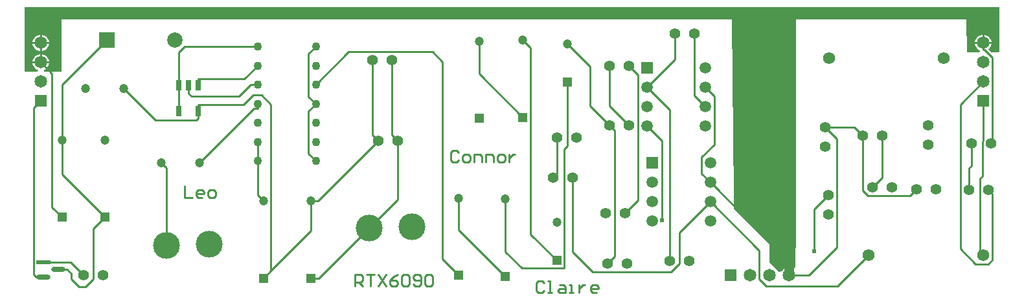
<source format=gtl>
G04*
G04 #@! TF.GenerationSoftware,Altium Limited,Altium Designer,25.2.1 (25)*
G04*
G04 Layer_Physical_Order=1*
G04 Layer_Color=255*
%FSLAX25Y25*%
%MOIN*%
G70*
G04*
G04 #@! TF.SameCoordinates,C1108634-7D56-49FF-B426-694D52BA22A1*
G04*
G04*
G04 #@! TF.FilePolarity,Positive*
G04*
G01*
G75*
%ADD10C,0.01000*%
%ADD15R,0.02992X0.05512*%
G04:AMPARAMS|DCode=16|XSize=71.82mil|YSize=24.33mil|CornerRadius=12.17mil|HoleSize=0mil|Usage=FLASHONLY|Rotation=0.000|XOffset=0mil|YOffset=0mil|HoleType=Round|Shape=RoundedRectangle|*
%AMROUNDEDRECTD16*
21,1,0.07182,0.00000,0,0,0.0*
21,1,0.04749,0.02433,0,0,0.0*
1,1,0.02433,0.02375,0.00000*
1,1,0.02433,-0.02375,0.00000*
1,1,0.02433,-0.02375,0.00000*
1,1,0.02433,0.02375,0.00000*
%
%ADD16ROUNDEDRECTD16*%
%ADD17R,0.07182X0.02433*%
%ADD25R,0.04724X0.04724*%
%ADD26C,0.04724*%
%ADD30R,0.07874X0.07874*%
%ADD31C,0.07874*%
%ADD33C,0.05000*%
%ADD34C,0.05512*%
%ADD35C,0.06201*%
%ADD36C,0.13780*%
%ADD37C,0.04331*%
%ADD38C,0.05906*%
%ADD39R,0.05906X0.05906*%
%ADD40C,0.06496*%
%ADD41R,0.06496X0.06496*%
%ADD42R,0.06496X0.06496*%
%ADD43C,0.02400*%
G36*
X503471Y142000D02*
Y125444D01*
X502500Y125000D01*
X499263D01*
X497635Y126628D01*
X498399Y127392D01*
X498958Y128360D01*
X499248Y129441D01*
Y129500D01*
X495000D01*
X490752D01*
Y129441D01*
X491042Y128360D01*
X491601Y127392D01*
X492392Y126601D01*
X493360Y126041D01*
X493444Y125842D01*
X492923Y125000D01*
X486500D01*
X486406Y142000D01*
X398500D01*
X398500Y24000D01*
X398209D01*
Y14134D01*
X397209Y13630D01*
X396640Y13959D01*
X395559Y14248D01*
X395500D01*
Y10000D01*
X394500D01*
Y14248D01*
X394441D01*
X393360Y13959D01*
X392392Y13399D01*
X391601Y12608D01*
X391234Y11973D01*
X390115Y11678D01*
X385000Y16792D01*
Y26000D01*
X366500Y44500D01*
Y51500D01*
X365557Y142000D01*
X20500D01*
Y115000D01*
X11617D01*
X11485Y116000D01*
X11640Y116042D01*
X12608Y116601D01*
X13399Y117392D01*
X13959Y118360D01*
X14248Y119441D01*
Y119500D01*
X10000D01*
X5752D01*
Y119441D01*
X6041Y118360D01*
X6601Y117392D01*
X7392Y116601D01*
X8360Y116042D01*
X8515Y116000D01*
X8383Y115000D01*
X1529D01*
Y142000D01*
Y148471D01*
X503471D01*
Y142000D01*
D02*
G37*
%LPC*%
G36*
X495559Y134248D02*
X495500D01*
Y130500D01*
X499248D01*
Y130559D01*
X498958Y131640D01*
X498399Y132608D01*
X497608Y133399D01*
X496640Y133958D01*
X495559Y134248D01*
D02*
G37*
G36*
X10559D02*
X10500D01*
Y130500D01*
X14248D01*
Y130559D01*
X13959Y131640D01*
X13399Y132608D01*
X12608Y133399D01*
X11640Y133958D01*
X10559Y134248D01*
D02*
G37*
G36*
X494500D02*
X494441D01*
X493360Y133958D01*
X492392Y133399D01*
X491601Y132608D01*
X491042Y131640D01*
X490752Y130559D01*
Y130500D01*
X494500D01*
Y134248D01*
D02*
G37*
G36*
X9500D02*
X9441D01*
X8360Y133958D01*
X7392Y133399D01*
X6601Y132608D01*
X6041Y131640D01*
X5752Y130559D01*
Y130500D01*
X9500D01*
Y134248D01*
D02*
G37*
G36*
X14248Y129500D02*
X10500D01*
Y125752D01*
X10559D01*
X11640Y126041D01*
X12608Y126601D01*
X13399Y127392D01*
X13959Y128360D01*
X14248Y129441D01*
Y129500D01*
D02*
G37*
G36*
X9500D02*
X5752D01*
Y129441D01*
X6041Y128360D01*
X6601Y127392D01*
X7392Y126601D01*
X8360Y126041D01*
X9441Y125752D01*
X9500D01*
Y129500D01*
D02*
G37*
G36*
X10559Y124248D02*
X10500D01*
Y120500D01*
X14248D01*
Y120559D01*
X13959Y121640D01*
X13399Y122608D01*
X12608Y123399D01*
X11640Y123959D01*
X10559Y124248D01*
D02*
G37*
G36*
X9500D02*
X9441D01*
X8360Y123959D01*
X7392Y123399D01*
X6601Y122608D01*
X6041Y121640D01*
X5752Y120559D01*
Y120500D01*
X9500D01*
Y124248D01*
D02*
G37*
%LPD*%
D10*
X495000Y126600D02*
X495500D01*
X128400Y12518D02*
X149000Y33118D01*
X91000Y98000D02*
X114200D01*
X493200Y20500D02*
Y59800D01*
X119700Y96200D02*
X121500D01*
X91000Y111300D02*
X114615D01*
X413500Y86500D02*
X419700Y80300D01*
Y24500D02*
Y80300D01*
X405200Y10000D02*
X419700Y24500D01*
X395000Y10000D02*
X405200D01*
X153118Y8618D02*
X179000Y34500D01*
X149000Y8618D02*
X153118D01*
X74500Y25500D02*
Y65315D01*
X71815Y68000D02*
X74500Y65315D01*
X190500Y82500D02*
Y121000D01*
Y82500D02*
X193500Y79500D01*
X147800Y94800D02*
X151500Y98500D01*
X147800Y72672D02*
Y94800D01*
Y72672D02*
X151500Y68972D01*
X121500Y51500D02*
Y68972D01*
Y51500D02*
X124500Y48500D01*
X21000Y79941D02*
Y108441D01*
X44059Y131500D01*
X21000Y62059D02*
Y79941D01*
Y62059D02*
X43000Y40059D01*
X19000Y13000D02*
X23500D01*
X25600Y10900D01*
Y8000D02*
Y10900D01*
Y8000D02*
X29600Y4000D01*
X33000D01*
X37000Y8000D01*
Y34059D01*
X43000Y40059D01*
X152500Y48500D02*
X183500Y79500D01*
X149000Y48500D02*
X152500D01*
X180500Y82500D02*
Y121000D01*
Y82500D02*
X183500Y79500D01*
X124500Y8618D02*
X128400Y12518D01*
Y98200D01*
X123500Y103100D02*
X128400Y98200D01*
X119300Y103100D02*
X123500D01*
X114200Y98000D02*
X119300Y103100D01*
X91000Y94748D02*
Y98000D01*
X149000Y33118D02*
Y48500D01*
X312500Y118000D02*
X317200Y113300D01*
Y48700D02*
Y113300D01*
X310500Y42000D02*
X317200Y48700D01*
X216700Y18359D02*
X225000Y10059D01*
X216700Y18359D02*
Y120100D01*
X211500Y125300D02*
X216700Y120100D01*
X168457Y125300D02*
X211500D01*
X151500Y108343D02*
X168457Y125300D01*
X225000Y33618D02*
Y49941D01*
Y33618D02*
X249000Y9618D01*
X11439Y16740D02*
X25260D01*
X32000Y10000D01*
X275500Y62500D02*
Y81000D01*
X273500Y60500D02*
X275500Y62500D01*
X302500Y97500D02*
Y118000D01*
Y97500D02*
X312500Y87500D01*
X443000Y60500D02*
Y82000D01*
X438000Y55500D02*
X443000Y60500D01*
X114615Y111300D02*
X121500Y118185D01*
X91000Y108252D02*
Y111300D01*
X258000Y131441D02*
X261900Y127541D01*
Y31257D02*
Y127541D01*
Y31257D02*
X275500Y17657D01*
X281000Y76900D02*
Y109657D01*
X279200Y75100D02*
X281000Y76900D01*
X279200Y43800D02*
Y75100D01*
Y43800D02*
X279400Y43600D01*
Y13700D02*
Y43600D01*
X257500Y13700D02*
X279400D01*
X249000Y22200D02*
X257500Y13700D01*
X249000Y22200D02*
Y49500D01*
X121500Y96200D02*
Y98500D01*
X91500Y68000D02*
X119700Y96200D01*
X86000Y103900D02*
Y108252D01*
Y103900D02*
X87500Y102400D01*
X112115D01*
X118057Y108343D01*
X121500D01*
X81000Y108252D02*
Y125200D01*
X83828Y128028D01*
X121500D01*
X10000Y120000D02*
X15800Y114200D01*
Y45259D02*
Y114200D01*
Y45259D02*
X21000Y40059D01*
X408000Y22300D02*
Y44000D01*
X415400Y51400D01*
X322000Y87000D02*
X329700Y79300D01*
Y38300D02*
Y79300D01*
X413500Y86500D02*
X428500D01*
X433000Y82000D01*
X301500Y16000D02*
X305200Y19700D01*
Y84800D01*
X302500Y87500D02*
X305200Y84800D01*
X283500Y22100D02*
Y60500D01*
Y22100D02*
X293900Y11700D01*
X334200D01*
X338500Y16000D01*
Y32000D01*
X354500Y48000D01*
X379800Y22700D01*
Y8000D02*
Y22700D01*
Y8000D02*
X383400Y4400D01*
X419900D01*
X436000Y20500D01*
X497500Y54000D02*
X499700Y51800D01*
Y18000D02*
Y51800D01*
X497500Y15800D02*
X499700Y18000D01*
X491100Y15800D02*
X497500D01*
X483200Y23700D02*
X491100Y15800D01*
X483200Y23700D02*
Y98200D01*
X495000Y110000D01*
X322000Y107000D02*
X336331Y121331D01*
Y134916D01*
X457200Y51200D02*
X460500Y54500D01*
X435500Y51200D02*
X457200D01*
X433000Y53700D02*
X435500Y51200D01*
X433000Y53700D02*
Y82000D01*
X354500Y58000D02*
X395000Y17500D01*
X235500Y114059D02*
Y130941D01*
Y114059D02*
X258000Y91559D01*
X281000Y129343D02*
X292700Y117643D01*
Y97300D02*
Y117643D01*
Y97300D02*
X302500Y87500D01*
X193500Y49000D02*
Y79500D01*
X179000Y34500D02*
X193500Y49000D01*
X91000Y91000D02*
Y94748D01*
X90000Y90000D02*
X91000Y91000D01*
X69000Y90000D02*
X90000D01*
X52500Y106500D02*
X69000Y90000D01*
X346331Y102669D02*
X352000Y97000D01*
X346331Y102669D02*
Y134916D01*
X333500Y17500D02*
Y95500D01*
X322000Y107000D02*
X333500Y95500D01*
X495000Y126600D02*
Y130000D01*
X495500Y126600D02*
X499800Y122300D01*
Y78800D02*
Y122300D01*
X499000Y78000D02*
X499800Y78800D01*
X352000Y107000D02*
X356500Y102500D01*
Y77500D02*
Y102500D01*
X350000Y71000D02*
X356500Y77500D01*
X350000Y62500D02*
Y71000D01*
Y62500D02*
X354500Y58000D01*
X7500Y9260D02*
X11439D01*
X6300Y10460D02*
X7500Y9260D01*
X6300Y10460D02*
Y96300D01*
X10000Y100000D01*
X493200Y20500D02*
X495055D01*
X493200Y59800D02*
X494700Y61300D01*
Y79200D01*
X495000Y79500D01*
Y100000D01*
X147800Y124328D02*
X151500Y128028D01*
X147800Y102200D02*
Y124328D01*
Y102200D02*
X151500Y98500D01*
X81000Y94748D02*
Y108252D01*
X121500Y68972D02*
Y78815D01*
X489000Y66700D02*
Y78000D01*
X487500Y65200D02*
X489000Y66700D01*
X487500Y54000D02*
Y65200D01*
X171500Y4500D02*
Y10498D01*
X174499D01*
X175499Y9498D01*
Y7499D01*
X174499Y6499D01*
X171500D01*
X173499D02*
X175499Y4500D01*
X177498Y10498D02*
X181497D01*
X179497D01*
Y4500D01*
X183496Y10498D02*
X187495Y4500D01*
Y10498D02*
X183496Y4500D01*
X193493Y10498D02*
X191493Y9498D01*
X189494Y7499D01*
Y5500D01*
X190494Y4500D01*
X192493D01*
X193493Y5500D01*
Y6499D01*
X192493Y7499D01*
X189494D01*
X195492Y9498D02*
X196492Y10498D01*
X198491D01*
X199491Y9498D01*
Y5500D01*
X198491Y4500D01*
X196492D01*
X195492Y5500D01*
Y9498D01*
X201490Y5500D02*
X202490Y4500D01*
X204489D01*
X205489Y5500D01*
Y9498D01*
X204489Y10498D01*
X202490D01*
X201490Y9498D01*
Y8499D01*
X202490Y7499D01*
X205489D01*
X207488Y9498D02*
X208488Y10498D01*
X210487D01*
X211487Y9498D01*
Y5500D01*
X210487Y4500D01*
X208488D01*
X207488Y5500D01*
Y9498D01*
X84000Y55998D02*
Y50000D01*
X87999D01*
X92997D02*
X90998D01*
X89998Y51000D01*
Y52999D01*
X90998Y53999D01*
X92997D01*
X93997Y52999D01*
Y51999D01*
X89998D01*
X96996Y50000D02*
X98995D01*
X99995Y51000D01*
Y52999D01*
X98995Y53999D01*
X96996D01*
X95996Y52999D01*
Y51000D01*
X96996Y50000D01*
X268999Y5998D02*
X267999Y6998D01*
X266000D01*
X265000Y5998D01*
Y2000D01*
X266000Y1000D01*
X267999D01*
X268999Y2000D01*
X270998Y1000D02*
X272997D01*
X271998D01*
Y6998D01*
X270998D01*
X276996Y4999D02*
X278995D01*
X279995Y3999D01*
Y1000D01*
X276996D01*
X275996Y2000D01*
X276996Y2999D01*
X279995D01*
X281995Y1000D02*
X283994D01*
X282994D01*
Y4999D01*
X281995D01*
X286993D02*
Y1000D01*
Y2999D01*
X287993Y3999D01*
X288992Y4999D01*
X289992D01*
X295990Y1000D02*
X293991D01*
X292991Y2000D01*
Y3999D01*
X293991Y4999D01*
X295990D01*
X296990Y3999D01*
Y2999D01*
X292991D01*
X224999Y73498D02*
X223999Y74498D01*
X222000D01*
X221000Y73498D01*
Y69500D01*
X222000Y68500D01*
X223999D01*
X224999Y69500D01*
X227998Y68500D02*
X229997D01*
X230997Y69500D01*
Y71499D01*
X229997Y72499D01*
X227998D01*
X226998Y71499D01*
Y69500D01*
X227998Y68500D01*
X232996D02*
Y72499D01*
X235995D01*
X236995Y71499D01*
Y68500D01*
X238994D02*
Y72499D01*
X241993D01*
X242993Y71499D01*
Y68500D01*
X245992D02*
X247991D01*
X248991Y69500D01*
Y71499D01*
X247991Y72499D01*
X245992D01*
X244992Y71499D01*
Y69500D01*
X245992Y68500D01*
X250990Y72499D02*
Y68500D01*
Y70499D01*
X251990Y71499D01*
X252990Y72499D01*
X253989D01*
D15*
X81000Y108252D02*
D03*
X86000D02*
D03*
X91000D02*
D03*
Y94748D02*
D03*
X81000D02*
D03*
D16*
X19000Y13000D02*
D03*
X11439Y9260D02*
D03*
D17*
Y16740D02*
D03*
D25*
X21000Y40059D02*
D03*
X149000Y8618D02*
D03*
X258000Y91559D02*
D03*
X235500Y91059D02*
D03*
X275500Y17657D02*
D03*
X249000Y9618D02*
D03*
X225000Y10059D02*
D03*
X281000Y109657D02*
D03*
X124500Y8618D02*
D03*
X43000Y40059D02*
D03*
D26*
X91500Y68000D02*
D03*
X71815D02*
D03*
X43000Y79941D02*
D03*
X124500Y48500D02*
D03*
X281000Y129343D02*
D03*
X275500Y37343D02*
D03*
X258000Y131441D02*
D03*
X235500Y130941D02*
D03*
X249000Y49500D02*
D03*
X225000Y49941D02*
D03*
X32815Y106500D02*
D03*
X52500D02*
D03*
X149000Y48500D02*
D03*
X21000Y79941D02*
D03*
D30*
X44059Y131500D02*
D03*
D31*
X78941D02*
D03*
D33*
X395000Y10000D02*
Y17500D01*
D34*
X311500Y16000D02*
D03*
X301500D02*
D03*
X343500Y17500D02*
D03*
X333500D02*
D03*
X415400Y41400D02*
D03*
Y51400D02*
D03*
X283500Y60500D02*
D03*
X273500D02*
D03*
X346331Y134916D02*
D03*
X336331D02*
D03*
X470500Y54500D02*
D03*
X460500D02*
D03*
X448000Y55500D02*
D03*
X438000D02*
D03*
X193500Y79500D02*
D03*
X302500Y87500D02*
D03*
X190500Y121000D02*
D03*
X413500Y86500D02*
D03*
X499000Y78000D02*
D03*
X433000Y82000D02*
D03*
X443000D02*
D03*
X466500Y87500D02*
D03*
Y77500D02*
D03*
X497500Y54000D02*
D03*
X487500D02*
D03*
X489000Y78000D02*
D03*
X413500Y76500D02*
D03*
X180500Y121000D02*
D03*
X312500Y118000D02*
D03*
X302500D02*
D03*
X285500Y81000D02*
D03*
X275500D02*
D03*
X312500Y87500D02*
D03*
X310500Y42000D02*
D03*
X300500D02*
D03*
X183500Y79500D02*
D03*
X32000Y10000D02*
D03*
X42000D02*
D03*
D35*
X474555Y122000D02*
D03*
X415500D02*
D03*
X495055Y20500D02*
D03*
X436000D02*
D03*
D36*
X201000Y35000D02*
D03*
X179000Y34500D02*
D03*
X74500Y25500D02*
D03*
X96500Y26000D02*
D03*
D37*
X121500Y118185D02*
D03*
X151500Y68972D02*
D03*
Y78815D02*
D03*
Y88657D02*
D03*
Y98500D02*
D03*
Y108343D02*
D03*
Y118185D02*
D03*
Y128028D02*
D03*
X121500Y68972D02*
D03*
Y78815D02*
D03*
Y88657D02*
D03*
Y98500D02*
D03*
Y108343D02*
D03*
Y128028D02*
D03*
D38*
X352000Y87000D02*
D03*
Y97000D02*
D03*
Y107000D02*
D03*
Y117000D02*
D03*
X322000Y87000D02*
D03*
Y97000D02*
D03*
Y107000D02*
D03*
X354500Y58000D02*
D03*
X324500D02*
D03*
Y48000D02*
D03*
Y38000D02*
D03*
X354500Y68000D02*
D03*
Y48000D02*
D03*
Y38000D02*
D03*
D39*
X322000Y117000D02*
D03*
X324500Y68000D02*
D03*
D40*
X10000Y130000D02*
D03*
Y120000D02*
D03*
X395000Y10000D02*
D03*
X495000Y130000D02*
D03*
Y110000D02*
D03*
Y120000D02*
D03*
X385000Y10000D02*
D03*
X375000D02*
D03*
X10000Y110000D02*
D03*
D41*
X495000Y100000D02*
D03*
X10000D02*
D03*
D42*
X365000Y10000D02*
D03*
D43*
X408000Y22300D02*
D03*
X329700Y38300D02*
D03*
M02*

</source>
